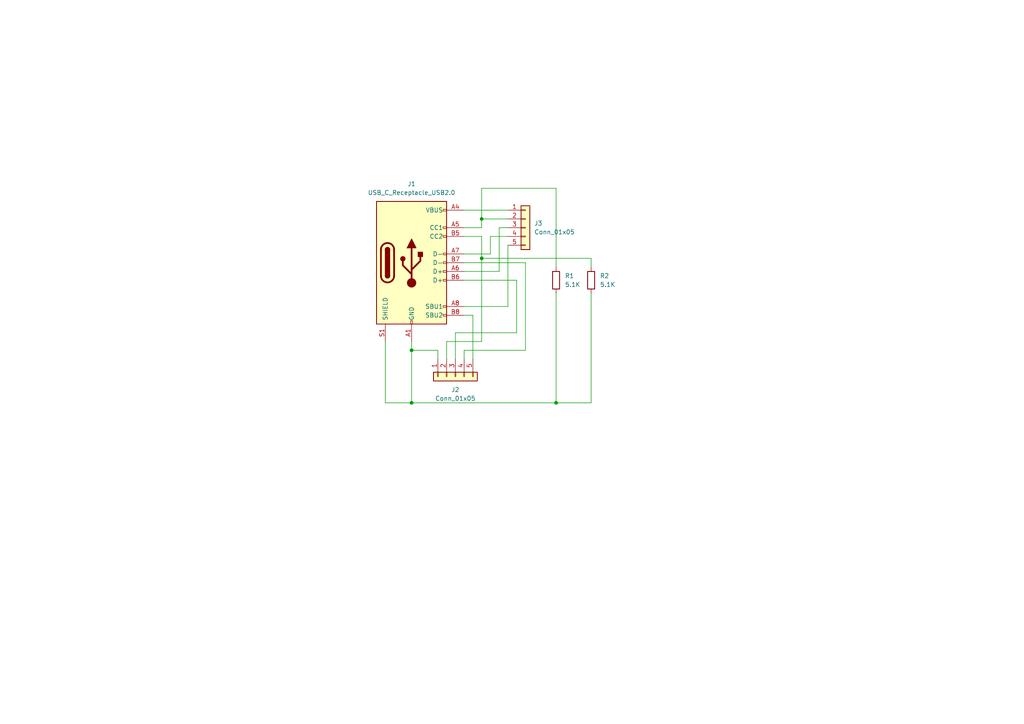
<source format=kicad_sch>
(kicad_sch (version 20211123) (generator eeschema)
  (paper "A4")
  (lib_symbols
    (symbol "Connector:USB_C_Receptacle_USB2.0" (pin_names (offset 1.016))
      (property "Reference" "J" (at -10.16 19.05 0))
      (property "Value" "USB_C_Receptacle_USB2.0" (at 19.05 19.05 0))
      (symbol "USB_C_Receptacle_USB2.0_0_0"
        (rectangle (start -0.254 -17.78) (end 0.254 -16.764))
        (rectangle (start 10.16 -14.986) (end 9.144 -15.494))
        (rectangle (start 10.16 -12.446) (end 9.144 -12.954))
        (rectangle (start 10.16 -4.826) (end 9.144 -5.334))
        (rectangle (start 10.16 -2.286) (end 9.144 -2.794))
        (rectangle (start 10.16 0.254) (end 9.144 -0.254))
        (rectangle (start 10.16 2.794) (end 9.144 2.286))
        (rectangle (start 10.16 7.874) (end 9.144 7.366))
        (rectangle (start 10.16 10.414) (end 9.144 9.906))
        (rectangle (start 10.16 15.494) (end 9.144 14.986))
      )
      (symbol "USB_C_Receptacle_USB2.0_0_1"
        (rectangle (start -10.16 17.78) (end 10.16 -17.78) (stroke (width 0.254)) (fill (type background)))
        (arc (start -8.89 -3.81) (mid -6.985 -5.715) (end -5.08 -3.81) (stroke (width 0.508)))
        (arc (start -7.62 -3.81) (mid -6.985 -4.445) (end -6.35 -3.81) (stroke (width 0.254)))
        (arc (start -7.62 -3.81) (mid -6.985 -4.445) (end -6.35 -3.81) (stroke (width 0.254)) (fill (type outline)))
        (rectangle (start -7.62 -3.81) (end -6.35 3.81) (stroke (width 0.254)) (fill (type outline)))
        (arc (start -6.35 3.81) (mid -6.985 4.445) (end -7.62 3.81) (stroke (width 0.254)))
        (arc (start -6.35 3.81) (mid -6.985 4.445) (end -7.62 3.81) (stroke (width 0.254)) (fill (type outline)))
        (arc (start -5.08 3.81) (mid -6.985 5.715) (end -8.89 3.81) (stroke (width 0.508)))
        (circle (center -2.54 1.143) (radius 0.635) (stroke (width 0.254)) (fill (type outline)))
        (circle (center 0 -5.842) (radius 1.27) (fill (type outline)))
        (polyline (pts (xy -8.89 -3.81) (xy -8.89 3.81)) (stroke (width 0.508)))
        (polyline (pts (xy -5.08 3.81) (xy -5.08 -3.81)) (stroke (width 0.508)))
        (polyline (pts (xy 0 -5.842) (xy 0 4.318)) (stroke (width 0.508)))
        (polyline (pts (xy 0 -3.302) (xy -2.54 -0.762) (xy -2.54 0.508)) (stroke (width 0.508)))
        (polyline (pts (xy 0 -2.032) (xy 2.54 0.508) (xy 2.54 1.778)) (stroke (width 0.508)))
        (polyline (pts (xy -1.27 4.318) (xy 0 6.858) (xy 1.27 4.318) (xy -1.27 4.318)) (stroke (width 0.254)) (fill (type outline)))
        (rectangle (start 1.905 1.778) (end 3.175 3.048) (stroke (width 0.254)) (fill (type outline)))
      )
      (symbol "USB_C_Receptacle_USB2.0_1_1"
        (pin passive line (at 0 -22.86 90) (length 5.08) (name "GND") (number "A1"))
        (pin passive line (at 0 -22.86 90) (length 5.08) hide (name "GND") (number "A12"))
        (pin passive line (at 15.24 15.24 180) (length 5.08) (name "VBUS") (number "A4"))
        (pin bidirectional line (at 15.24 10.16 180) (length 5.08) (name "CC1") (number "A5"))
        (pin bidirectional line (at 15.24 -2.54 180) (length 5.08) (name "D+") (number "A6"))
        (pin bidirectional line (at 15.24 2.54 180) (length 5.08) (name "D-") (number "A7"))
        (pin bidirectional line (at 15.24 -12.7 180) (length 5.08) (name "SBU1") (number "A8"))
        (pin passive line (at 15.24 15.24 180) (length 5.08) hide (name "VBUS") (number "A9"))
        (pin passive line (at 0 -22.86 90) (length 5.08) hide (name "GND") (number "B1"))
        (pin passive line (at 0 -22.86 90) (length 5.08) hide (name "GND") (number "B12"))
        (pin passive line (at 15.24 15.24 180) (length 5.08) hide (name "VBUS") (number "B4"))
        (pin bidirectional line (at 15.24 7.62 180) (length 5.08) (name "CC2") (number "B5"))
        (pin bidirectional line (at 15.24 -5.08 180) (length 5.08) (name "D+") (number "B6"))
        (pin bidirectional line (at 15.24 0 180) (length 5.08) (name "D-") (number "B7"))
        (pin bidirectional line (at 15.24 -15.24 180) (length 5.08) (name "SBU2") (number "B8"))
        (pin passive line (at 15.24 15.24 180) (length 5.08) hide (name "VBUS") (number "B9"))
        (pin passive line (at -7.62 -22.86 90) (length 5.08) (name "SHIELD") (number "S1"))
      )
    )
    (symbol "Connector_Generic:Conn_01x05" (pin_names (offset 1.016) hide)
      (property "Reference" "J" (at 0 7.62 0))
      (property "Value" "Conn_01x05" (at 0 -7.62 0))
      (symbol "Conn_01x05_1_1"
        (rectangle (start -1.27 -4.953) (end 0 -5.207) (stroke (width 0.1524)))
        (rectangle (start -1.27 -2.413) (end 0 -2.667) (stroke (width 0.1524)))
        (rectangle (start -1.27 0.127) (end 0 -0.127) (stroke (width 0.1524)))
        (rectangle (start -1.27 2.667) (end 0 2.413) (stroke (width 0.1524)))
        (rectangle (start -1.27 5.207) (end 0 4.953) (stroke (width 0.1524)))
        (rectangle (start -1.27 6.35) (end 1.27 -6.35) (stroke (width 0.254)) (fill (type background)))
        (pin passive line (at -5.08 5.08 0) (length 3.81) (name "Pin_1") (number "1"))
        (pin passive line (at -5.08 2.54 0) (length 3.81) (name "Pin_2") (number "2"))
        (pin passive line (at -5.08 0 0) (length 3.81) (name "Pin_3") (number "3"))
        (pin passive line (at -5.08 -2.54 0) (length 3.81) (name "Pin_4") (number "4"))
        (pin passive line (at -5.08 -5.08 0) (length 3.81) (name "Pin_5") (number "5"))
      )
    )
    (symbol "Device:R" (pin_numbers hide) (pin_names (offset 0))
      (property "Reference" "R" (at 2.032 0 90))
      (property "Value" "R" (at 0 0 90))
      (symbol "R_0_1"
        (rectangle (start -1.016 -2.54) (end 1.016 2.54) (stroke (width 0.254)))
      )
      (symbol "R_1_1"
        (pin passive line (at 0 3.81 270) (length 1.27) (name "~") (number "1"))
        (pin passive line (at 0 -3.81 90) (length 1.27) (name "~") (number "2"))
      )
    )
  )
  (junction (at 119.38 116.84))
  (junction (at 161.29 116.84))
  (junction (at 139.7 74.93))
  (junction (at 119.38 101.6))
  (junction (at 139.7 63.5))
  (wire (pts (xy 139.7 99.06) (xy 129.54 99.06)))
  (wire (pts (xy 139.7 68.58) (xy 139.7 74.93)))
  (wire (pts (xy 111.76 99.06) (xy 111.76 116.84)))
  (wire (pts (xy 142.24 68.58) (xy 147.32 68.58)))
  (wire (pts (xy 139.7 66.04) (xy 139.7 63.5)))
  (wire (pts (xy 132.08 96.52) (xy 132.08 104.14)))
  (wire (pts (xy 139.7 63.5) (xy 139.7 54.61)))
  (wire (pts (xy 134.62 76.2) (xy 152.4 76.2)))
  (wire (pts (xy 144.78 66.04) (xy 147.32 66.04)))
  (wire (pts (xy 149.86 81.28) (xy 149.86 96.52)))
  (wire (pts (xy 142.24 73.66) (xy 142.24 68.58)))
  (wire (pts (xy 134.62 60.96) (xy 147.32 60.96)))
  (wire (pts (xy 127 101.6) (xy 127 104.14)))
  (wire (pts (xy 119.38 99.06) (xy 119.38 101.6)))
  (wire (pts (xy 147.32 88.9) (xy 147.32 71.12)))
  (wire (pts (xy 152.4 76.2) (xy 152.4 101.6)))
  (wire (pts (xy 119.38 101.6) (xy 127 101.6)))
  (wire (pts (xy 134.62 81.28) (xy 149.86 81.28)))
  (wire (pts (xy 129.54 99.06) (xy 129.54 104.14)))
  (wire (pts (xy 134.62 101.6) (xy 134.62 104.14)))
  (wire (pts (xy 137.16 91.44) (xy 137.16 104.14)))
  (wire (pts (xy 134.62 88.9) (xy 147.32 88.9)))
  (wire (pts (xy 149.86 96.52) (xy 132.08 96.52)))
  (wire (pts (xy 134.62 73.66) (xy 142.24 73.66)))
  (wire (pts (xy 134.62 68.58) (xy 139.7 68.58)))
  (wire (pts (xy 139.7 74.93) (xy 171.45 74.93)))
  (wire (pts (xy 144.78 78.74) (xy 144.78 66.04)))
  (wire (pts (xy 139.7 74.93) (xy 139.7 99.06)))
  (wire (pts (xy 134.62 91.44) (xy 137.16 91.44)))
  (wire (pts (xy 139.7 63.5) (xy 147.32 63.5)))
  (wire (pts (xy 134.62 78.74) (xy 144.78 78.74)))
  (wire (pts (xy 171.45 85.09) (xy 171.45 116.84)))
  (wire (pts (xy 171.45 74.93) (xy 171.45 77.47)))
  (wire (pts (xy 119.38 116.84) (xy 161.29 116.84)))
  (wire (pts (xy 161.29 116.84) (xy 161.29 85.09)))
  (wire (pts (xy 139.7 54.61) (xy 161.29 54.61)))
  (wire (pts (xy 134.62 66.04) (xy 139.7 66.04)))
  (wire (pts (xy 152.4 101.6) (xy 134.62 101.6)))
  (wire (pts (xy 171.45 116.84) (xy 161.29 116.84)))
  (wire (pts (xy 161.29 54.61) (xy 161.29 77.47)))
  (wire (pts (xy 111.76 116.84) (xy 119.38 116.84)))
  (wire (pts (xy 119.38 101.6) (xy 119.38 116.84)))
  (symbol (lib_id "Device:R") (at 161.29 81.28 0) (unit 1)
    (property "Reference" "R1" (at 163.83 80.0099 0) (effects (justify left)))
    (property "Value" "5.1K" (at 163.83 82.5499 0) (effects (justify left)))
    (property "Footprint" "Resistor_SMD:R_0603_1608Metric" (effects hide))
  )
  (symbol (lib_id "Connector:USB_C_Receptacle_USB2.0") (at 119.38 76.2 0) (unit 1)
    (property "Reference" "J1" (at 119.38 53.34 0))
    (property "Value" "USB_C_Receptacle_USB2.0" (at 119.38 55.88 0))
    (property "Footprint" "type-c:USB_C_Receptacle_HRO_TYPE-C-31-M-12" (effects hide))
    (property "Datasheet" "https://www.usb.org/sites/default/files/documents/usb_type-c.zip" (effects hide))
  )
  (symbol (lib_id "Connector_Generic:Conn_01x05") (at 152.4 66.04 0) (unit 1)
    (property "Reference" "J3" (at 154.94 64.7699 0) (effects (justify left)))
    (property "Value" "Conn_01x05" (at 154.94 67.3099 0) (effects (justify left)))
    (property "Footprint" "Connector_PinHeader_2.54mm:PinHeader_1x05_P2.54mm_Vertical" (effects hide))
  )
  (symbol (lib_id "Device:R") (at 171.45 81.28 0) (mirror y) (unit 1)
    (property "Reference" "R2" (at 173.99 80.0099 0) (effects (justify right)))
    (property "Value" "5.1K" (at 173.99 82.5499 0) (effects (justify right)))
    (property "Footprint" "Resistor_SMD:R_0603_1608Metric" (effects hide))
  )
  (symbol (lib_id "Connector_Generic:Conn_01x05") (at 132.08 109.22 90) (mirror x) (unit 1)
    (property "Reference" "J2" (at 132.08 113.03 90))
    (property "Value" "Conn_01x05" (at 132.08 115.57 90))
    (property "Footprint" "Connector_PinHeader_2.54mm:PinHeader_1x05_P2.54mm_Vertical" (effects hide))
  )
)
</source>
